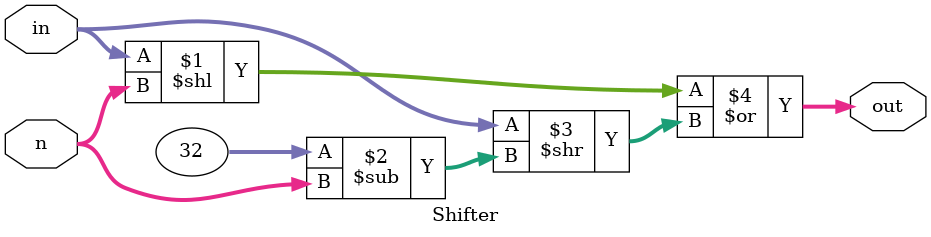
<source format=sv>
module Shifter(in, n, out);
	input [31:0] in;
	input [4:0] n;
	output [31:0] out;
	assign out = (in << n) | (in >> (32 - n));
endmodule 

</source>
